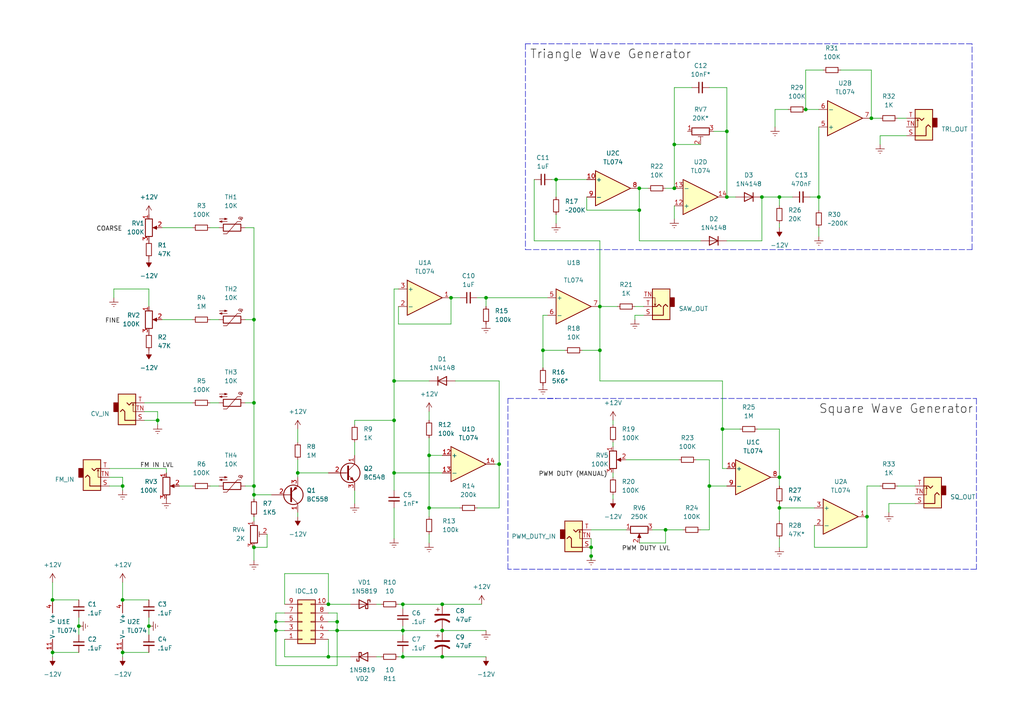
<source format=kicad_sch>
(kicad_sch (version 20211123) (generator eeschema)
  (paper "A4")
  (title_block (title "Fireball VCO") (rev "1.0") (comment 1 "Credit to: Moritz Klein (original core and Triangle); Luther's VCO (TL074 core)") (comment 3 "3") (comment 4 "4"))
  (lib_symbols
    (symbol "Amplifier_Operational:TL074" (pin_names (offset 0.127))
      (property "Reference" "U" (at 0 5.08 0))
      (property "Value" "TL074" (at 0 -5.08 0))
      (symbol "TL074_1_1"
        (pin output line (at 7.62 0 180) (length 2.54) (name "~") (number "1"))
        (pin input line (at -7.62 -2.54 0) (length 2.54) (name "-") (number "2"))
        (pin input line (at -7.62 2.54 0) (length 2.54) (name "+") (number "3"))
      )
      (symbol "TL074_2_1"
        (pin input line (at -7.62 2.54 0) (length 2.54) (name "+") (number "5"))
        (pin input line (at -7.62 -2.54 0) (length 2.54) (name "-") (number "6"))
        (pin output line (at 7.62 0 180) (length 2.54) (name "~") (number "7"))
      )
      (symbol "TL074_3_1"
        (pin input line (at -7.62 2.54 0) (length 2.54) (name "+") (number "10"))
        (pin output line (at 7.62 0 180) (length 2.54) (name "~") (number "8"))
        (pin input line (at -7.62 -2.54 0) (length 2.54) (name "-") (number "9"))
      )
      (symbol "TL074_4_1"
        (pin input line (at -7.62 2.54 0) (length 2.54) (name "+") (number "12"))
        (pin input line (at -7.62 -2.54 0) (length 2.54) (name "-") (number "13"))
        (pin output line (at 7.62 0 180) (length 2.54) (name "~") (number "14"))
      )
      (symbol "TL074_5_1"
        (pin power_in line (at -2.54 -7.62 90) (length 3.81) (name "V-") (number "11"))
        (pin power_in line (at -2.54 7.62 270) (length 3.81) (name "V+") (number "4"))
      )
    )
    (symbol "AudioJack2_SwitchT_1"
      (property "Reference" "J2" (at -0.635 8.89 0))
      (property "Value" "AudioJack2_SwitchT_1" (at -0.635 6.35 0))
      (symbol "AudioJack2_SwitchT_1_1_1"
        (pin passive line (at 5.08 2.54 180) (length 2.54) (name "~") (number "S"))
        (pin passive line (at 5.08 -2.54 180) (length 2.54) (name "~") (number "T"))
        (pin passive line (at 5.08 0 180) (length 2.54) (name "~") (number "TN"))
      )
    )
    (symbol "Connector:AudioJack2_SwitchT"
      (property "Reference" "J" (at 0 8.89 0))
      (property "Value" "AudioJack2_SwitchT" (at 0 6.35 0))
      (symbol "AudioJack2_SwitchT_1_1"
        (pin passive line (at 5.08 2.54 180) (length 2.54) (name "~") (number "S"))
        (pin passive line (at 5.08 0 180) (length 2.54) (name "~") (number "T"))
        (pin passive line (at 5.08 -2.54 180) (length 2.54) (name "~") (number "TN"))
      )
    )
    (symbol "Connector_Generic:Conn_02x05_Odd_Even" (pin_names (offset 1.016) hide)
      (property "Reference" "J" (at 1.27 7.62 0))
      (property "Value" "Conn_02x05_Odd_Even" (at 1.27 -7.62 0))
      (symbol "Conn_02x05_Odd_Even_1_1"
        (pin passive line (at -5.08 5.08 0) (length 3.81) (name "Pin_1") (number "1"))
        (pin passive line (at 7.62 -5.08 180) (length 3.81) (name "Pin_10") (number "10"))
        (pin passive line (at 7.62 5.08 180) (length 3.81) (name "Pin_2") (number "2"))
        (pin passive line (at -5.08 2.54 0) (length 3.81) (name "Pin_3") (number "3"))
        (pin passive line (at 7.62 2.54 180) (length 3.81) (name "Pin_4") (number "4"))
        (pin passive line (at -5.08 0 0) (length 3.81) (name "Pin_5") (number "5"))
        (pin passive line (at 7.62 0 180) (length 3.81) (name "Pin_6") (number "6"))
        (pin passive line (at -5.08 -2.54 0) (length 3.81) (name "Pin_7") (number "7"))
        (pin passive line (at 7.62 -2.54 180) (length 3.81) (name "Pin_8") (number "8"))
        (pin passive line (at -5.08 -5.08 0) (length 3.81) (name "Pin_9") (number "9"))
      )
    )
    (symbol "Device:C_Polarized_US" (pin_numbers hide) (pin_names (offset 0.254) hide)
      (property "Reference" "C" (at 0.635 2.54 0))
      (property "Value" "C_Polarized_US" (at 0.635 -2.54 0))
      (symbol "C_Polarized_US_1_1"
        (pin passive line (at 0 3.81 270) (length 2.794) (name "~") (number "1"))
        (pin passive line (at 0 -3.81 90) (length 3.302) (name "~") (number "2"))
      )
    )
    (symbol "Device:C_Small" (pin_numbers hide) (pin_names (offset 0.254) hide)
      (property "Reference" "C" (at 0.254 1.778 0))
      (property "Value" "C_Small" (at 0.254 -2.032 0))
      (symbol "C_Small_1_1"
        (pin passive line (at 0 2.54 270) (length 2.032) (name "~") (number "1"))
        (pin passive line (at 0 -2.54 90) (length 2.032) (name "~") (number "2"))
      )
    )
    (symbol "Device:D_Schottky" (pin_numbers hide) (pin_names (offset 1.016) hide)
      (property "Reference" "D" (at 0 2.54 0))
      (property "Value" "D_Schottky" (at 0 -2.54 0))
      (symbol "D_Schottky_1_1"
        (pin passive line (at -3.81 0 0) (length 2.54) (name "K") (number "1"))
        (pin passive line (at 3.81 0 180) (length 2.54) (name "A") (number "2"))
      )
    )
    (symbol "Device:R_Potentiometer" (pin_names (offset 1.016) hide)
      (property "Reference" "RV" (at -4.445 0 90))
      (property "Value" "R_Potentiometer" (at -2.54 0 90))
      (symbol "R_Potentiometer_1_1"
        (pin passive line (at 0 3.81 270) (length 1.27) (name "1") (number "1"))
        (pin passive line (at 3.81 0 180) (length 1.27) (name "2") (number "2"))
        (pin passive line (at 0 -3.81 90) (length 1.27) (name "3") (number "3"))
      )
    )
    (symbol "Device:R_Potentiometer_Trim" (pin_names (offset 1.016) hide)
      (property "Reference" "RV" (at -4.445 0 90))
      (property "Value" "R_Potentiometer_Trim" (at -2.54 0 90))
      (symbol "R_Potentiometer_Trim_1_1"
        (pin passive line (at 0 3.81 270) (length 1.27) (name "1") (number "1"))
        (pin passive line (at 3.81 0 180) (length 1.27) (name "2") (number "2"))
        (pin passive line (at 0 -3.81 90) (length 1.27) (name "3") (number "3"))
      )
    )
    (symbol "Device:R_Small" (pin_numbers hide) (pin_names (offset 0.254) hide)
      (property "Reference" "R" (at 0.762 0.508 0))
      (property "Value" "R_Small" (at 0.762 -1.016 0))
      (symbol "R_Small_1_1"
        (pin passive line (at 0 2.54 270) (length 0.762) (name "~") (number "1"))
        (pin passive line (at 0 -2.54 90) (length 0.762) (name "~") (number "2"))
      )
    )
    (symbol "Device:Thermistor_NTC" (pin_numbers hide) (pin_names (offset 0))
      (property "Reference" "TH" (at -4.445 0 90))
      (property "Value" "Thermistor_NTC" (at 3.175 0 90))
      (symbol "Thermistor_NTC_1_1"
        (pin passive line (at 0 3.81 270) (length 1.27) (name "~") (number "1"))
        (pin passive line (at 0 -3.81 90) (length 1.27) (name "~") (number "2"))
      )
    )
    (symbol "Diode:1N4148" (pin_numbers hide) (pin_names (offset 1.016) hide)
      (property "Reference" "D" (at 0 2.54 0))
      (property "Value" "1N4148" (at 0 -2.54 0))
      (symbol "1N4148_1_1"
        (pin passive line (at -3.81 0 0) (length 2.54) (name "K") (number "1"))
        (pin passive line (at 3.81 0 180) (length 2.54) (name "A") (number "2"))
      )
    )
    (symbol "Transistor_BJT:BC548" (pin_names (offset 0) hide)
      (property "Reference" "Q" (at 5.08 1.905 0))
      (property "Value" "BC548" (at 5.08 0 0))
      (symbol "BC548_1_1"
        (pin passive line (at 2.54 5.08 270) (length 2.54) (name "C") (number "1"))
        (pin input line (at -5.08 0 0) (length 5.08) (name "B") (number "2"))
        (pin passive line (at 2.54 -5.08 90) (length 2.54) (name "E") (number "3"))
      )
    )
    (symbol "Transistor_BJT:BC558" (pin_names (offset 0) hide)
      (property "Reference" "Q" (at 5.08 1.905 0))
      (property "Value" "BC558" (at 5.08 0 0))
      (symbol "BC558_1_1"
        (pin passive line (at 2.54 5.08 270) (length 2.54) (name "C") (number "1"))
        (pin input line (at -5.08 0 0) (length 5.715) (name "B") (number "2"))
        (pin passive line (at 2.54 -5.08 90) (length 2.54) (name "E") (number "3"))
      )
    )
    (symbol "power:+12V" (power) (pin_names (offset 0))
      (property "Value" "+12V" (at 0 3.556 0))
      (symbol "+12V_1_1"
        (pin power_in line (at 0 0 90) (length 0) hide (name "+12V") (number "1"))
      )
    )
    (symbol "power:-12V" (power) (pin_names (offset 0))
      (property "Value" "-12V" (at 0 3.81 0))
      (symbol "-12V_0_0"
        (pin power_in line (at 0 0 90) (length 0) hide (name "-12V") (number "1"))
      )
    )
    (symbol "power:GNDREF" (power) (pin_names (offset 0))
      (property "Value" "GNDREF" (at 0 -3.81 0))
      (symbol "GNDREF_1_1"
        (pin power_in line (at 0 0 270) (length 0) hide (name "GNDREF") (number "1"))
      )
    )
  )
  (junction (at 116.84 190.5))
  (junction (at 171.45 161.29))
  (junction (at 210.82 38.1))
  (junction (at 114.3 121.92))
  (junction (at 97.79 182.88))
  (junction (at 252.73 34.29))
  (junction (at 157.48 101.6))
  (junction (at 35.56 173.99))
  (junction (at 35.56 140.97))
  (junction (at 226.06 57.15))
  (junction (at 171.45 158.75))
  (junction (at 43.18 181.61))
  (junction (at 173.99 88.9))
  (junction (at 161.29 52.07))
  (junction (at 15.24 189.23))
  (junction (at 144.78 134.62))
  (junction (at 95.25 190.5))
  (junction (at 128.27 175.26))
  (junction (at 73.66 143.51))
  (junction (at 209.55 124.46))
  (junction (at 237.49 57.15))
  (junction (at 140.97 86.36))
  (junction (at 210.82 57.15))
  (junction (at 73.66 116.84))
  (junction (at 251.46 149.86))
  (junction (at 114.3 137.16))
  (junction (at 195.58 41.91))
  (junction (at 97.79 180.34))
  (junction (at 73.66 158.75))
  (junction (at 193.04 153.67))
  (junction (at 195.58 54.61))
  (junction (at 80.01 180.34))
  (junction (at 80.01 182.88))
  (junction (at 15.24 173.99))
  (junction (at 130.81 86.36))
  (junction (at 124.46 132.08))
  (junction (at 226.06 147.32))
  (junction (at 128.27 182.88))
  (junction (at 116.84 175.26))
  (junction (at 95.25 175.26))
  (junction (at 226.06 138.43))
  (junction (at 35.56 189.23))
  (junction (at 173.99 101.6))
  (junction (at 86.36 137.16))
  (junction (at 73.66 92.71))
  (junction (at 205.74 140.97))
  (junction (at 233.68 31.75))
  (junction (at 114.3 110.49))
  (junction (at 128.27 190.5))
  (junction (at 220.98 57.15))
  (junction (at 124.46 147.32))
  (junction (at 73.66 140.97))
  (junction (at 45.72 121.92))
  (junction (at 185.42 54.61))
  (junction (at 22.86 181.61))
  (junction (at 116.84 182.88))
  (junction (at 185.42 60.96))
  (wire (pts (xy 226.06 158.75) (xy 226.06 156.21)))
  (wire (pts (xy 193.04 153.67) (xy 198.12 153.67)))
  (wire (pts (xy 132.08 110.49) (xy 144.78 110.49)))
  (wire (pts (xy 71.12 116.84) (xy 73.66 116.84)))
  (wire (pts (xy 22.86 181.61) (xy 22.86 184.15)))
  (wire (pts (xy 73.66 158.75) (xy 77.47 158.75)))
  (wire (pts (xy 138.43 86.36) (xy 140.97 86.36)))
  (wire (pts (xy 184.15 88.9) (xy 186.69 88.9)))
  (wire (pts (xy 193.04 157.48) (xy 193.04 153.67)))
  (wire (pts (xy 200.66 25.4) (xy 195.58 25.4)))
  (wire (pts (xy 95.25 180.34) (xy 97.79 180.34)))
  (wire (pts (xy 97.79 180.34) (xy 97.79 182.88)))
  (wire (pts (xy 73.66 140.97) (xy 71.12 140.97)))
  (wire (pts (xy 251.46 149.86) (xy 251.46 158.75)))
  (wire (pts (xy 73.66 158.75) (xy 73.66 162.56)))
  (wire (pts (xy 185.42 54.61) (xy 187.96 54.61)))
  (wire (pts (xy 31.75 138.43) (xy 35.56 138.43)))
  (wire (pts (xy 128.27 190.5) (xy 140.97 190.5)))
  (wire (pts (xy 116.84 182.88) (xy 116.84 184.15)))
  (wire (pts (xy 237.49 57.15) (xy 234.95 57.15)))
  (wire (pts (xy 236.22 158.75) (xy 251.46 158.75)))
  (wire (pts (xy 80.01 193.04) (xy 97.79 193.04)))
  (wire (pts (xy 210.82 38.1) (xy 207.01 38.1)))
  (wire (pts (xy 86.36 137.16) (xy 86.36 138.43)))
  (wire (pts (xy 77.47 154.94) (xy 77.47 158.75)))
  (wire (pts (xy 45.72 119.38) (xy 45.72 121.92)))
  (wire (pts (xy 219.71 124.46) (xy 226.06 124.46)))
  (wire (pts (xy 226.06 57.15) (xy 229.87 57.15)))
  (wire (pts (xy 238.76 20.32) (xy 233.68 20.32)))
  (wire (pts (xy 86.36 133.35) (xy 86.36 137.16)))
  (wire (pts (xy 114.3 110.49) (xy 114.3 121.92)))
  (wire (pts (xy 114.3 147.32) (xy 114.3 156.21)))
  (wire (pts (xy 177.8 138.43) (xy 177.8 137.16)))
  (wire (pts (xy 209.55 124.46) (xy 209.55 135.89)))
  (wire (pts (xy 251.46 140.97) (xy 255.27 140.97)))
  (wire (pts (xy 233.68 20.32) (xy 233.68 31.75)))
  (wire (pts (xy 210.82 57.15) (xy 210.82 38.1)))
  (wire (pts (xy 73.66 66.04) (xy 73.66 92.71)))
  (wire (pts (xy 82.55 180.34) (xy 80.01 180.34)))
  (wire (pts (xy 97.79 182.88) (xy 95.25 182.88)))
  (wire (pts (xy 205.74 25.4) (xy 210.82 25.4)))
  (wire (pts (xy 116.84 175.26) (xy 128.27 175.26)))
  (wire (pts (xy 226.06 147.32) (xy 236.22 147.32)))
  (wire (pts (xy 116.84 175.26) (xy 116.84 176.53)))
  (wire (pts (xy 33.02 83.82) (xy 33.02 86.36)))
  (wire (pts (xy 60.96 140.97) (xy 63.5 140.97)))
  (wire (pts (xy 115.57 93.98) (xy 130.81 93.98)))
  (wire (pts (xy 15.24 168.91) (xy 15.24 173.99)))
  (wire (pts (xy 255.27 39.37) (xy 262.89 39.37)))
  (polyline (pts (xy 147.32 165.1) (xy 147.32 115.57)))
  (wire (pts (xy 116.84 182.88) (xy 128.27 182.88)))
  (wire (pts (xy 102.87 128.27) (xy 102.87 132.08)))
  (wire (pts (xy 168.91 101.6) (xy 173.99 101.6)))
  (wire (pts (xy 35.56 138.43) (xy 35.56 140.97)))
  (wire (pts (xy 35.56 140.97) (xy 35.56 142.24)))
  (wire (pts (xy 173.99 88.9) (xy 179.07 88.9)))
  (wire (pts (xy 60.96 116.84) (xy 63.5 116.84)))
  (wire (pts (xy 115.57 88.9) (xy 115.57 93.98)))
  (wire (pts (xy 157.48 101.6) (xy 163.83 101.6)))
  (wire (pts (xy 143.51 134.62) (xy 144.78 134.62)))
  (wire (pts (xy 177.8 128.27) (xy 177.8 129.54)))
  (wire (pts (xy 73.66 149.86) (xy 73.66 151.13)))
  (wire (pts (xy 193.04 54.61) (xy 195.58 54.61)))
  (wire (pts (xy 114.3 142.24) (xy 114.3 137.16)))
  (wire (pts (xy 95.25 175.26) (xy 101.6 175.26)))
  (wire (pts (xy 73.66 143.51) (xy 73.66 140.97)))
  (wire (pts (xy 124.46 119.38) (xy 124.46 121.92)))
  (wire (pts (xy 144.78 134.62) (xy 144.78 147.32)))
  (wire (pts (xy 237.49 68.58) (xy 237.49 66.04)))
  (wire (pts (xy 73.66 92.71) (xy 71.12 92.71)))
  (polyline (pts (xy 283.21 165.1) (xy 147.32 165.1)))
  (wire (pts (xy 209.55 110.49) (xy 209.55 124.46)))
  (wire (pts (xy 116.84 181.61) (xy 116.84 182.88)))
  (wire (pts (xy 95.25 177.8) (xy 97.79 177.8)))
  (wire (pts (xy 171.45 153.67) (xy 181.61 153.67)))
  (wire (pts (xy 195.58 25.4) (xy 195.58 41.91)))
  (wire (pts (xy 260.35 34.29) (xy 262.89 34.29)))
  (wire (pts (xy 226.06 146.05) (xy 226.06 147.32)))
  (wire (pts (xy 220.98 69.85) (xy 220.98 57.15)))
  (wire (pts (xy 116.84 190.5) (xy 116.84 189.23)))
  (wire (pts (xy 86.36 149.86) (xy 86.36 148.59)))
  (wire (pts (xy 161.29 64.77) (xy 161.29 62.23)))
  (wire (pts (xy 185.42 69.85) (xy 185.42 60.96)))
  (wire (pts (xy 185.42 54.61) (xy 185.42 60.96)))
  (wire (pts (xy 31.75 135.89) (xy 48.26 135.89)))
  (wire (pts (xy 109.22 175.26) (xy 110.49 175.26)))
  (wire (pts (xy 97.79 177.8) (xy 97.79 180.34)))
  (wire (pts (xy 195.58 59.69) (xy 195.58 63.5)))
  (wire (pts (xy 226.06 140.97) (xy 226.06 138.43)))
  (wire (pts (xy 226.06 147.32) (xy 226.06 151.13)))
  (wire (pts (xy 115.57 175.26) (xy 116.84 175.26)))
  (wire (pts (xy 73.66 143.51) (xy 78.74 143.51)))
  (wire (pts (xy 157.48 91.44) (xy 157.48 101.6)))
  (wire (pts (xy 43.18 181.61) (xy 43.18 184.15)))
  (wire (pts (xy 128.27 182.88) (xy 140.97 182.88)))
  (wire (pts (xy 173.99 101.6) (xy 173.99 110.49)))
  (wire (pts (xy 170.18 57.15) (xy 170.18 60.96)))
  (wire (pts (xy 41.91 119.38) (xy 45.72 119.38)))
  (wire (pts (xy 203.2 153.67) (xy 205.74 153.67)))
  (wire (pts (xy 46.99 66.04) (xy 55.88 66.04)))
  (wire (pts (xy 173.99 69.85) (xy 173.99 88.9)))
  (wire (pts (xy 210.82 57.15) (xy 213.36 57.15)))
  (wire (pts (xy 144.78 110.49) (xy 144.78 134.62)))
  (wire (pts (xy 114.3 121.92) (xy 114.3 137.16)))
  (wire (pts (xy 124.46 147.32) (xy 133.35 147.32)))
  (wire (pts (xy 237.49 36.83) (xy 237.49 57.15)))
  (wire (pts (xy 203.2 69.85) (xy 185.42 69.85)))
  (wire (pts (xy 226.06 124.46) (xy 226.06 138.43)))
  (wire (pts (xy 116.84 190.5) (xy 128.27 190.5)))
  (wire (pts (xy 201.93 133.35) (xy 205.74 133.35)))
  (wire (pts (xy 73.66 92.71) (xy 73.66 116.84)))
  (wire (pts (xy 138.43 147.32) (xy 144.78 147.32)))
  (wire (pts (xy 224.79 31.75) (xy 224.79 36.83)))
  (wire (pts (xy 31.75 140.97) (xy 35.56 140.97)))
  (wire (pts (xy 252.73 20.32) (xy 243.84 20.32)))
  (wire (pts (xy 205.74 133.35) (xy 205.74 140.97)))
  (wire (pts (xy 171.45 156.21) (xy 171.45 158.75)))
  (polyline (pts (xy 158.75 115.57) (xy 283.21 115.57)))
  (wire (pts (xy 35.56 189.23) (xy 35.56 190.5)))
  (wire (pts (xy 114.3 137.16) (xy 128.27 137.16)))
  (wire (pts (xy 48.26 135.89) (xy 48.26 137.16)))
  (wire (pts (xy 173.99 110.49) (xy 209.55 110.49)))
  (wire (pts (xy 73.66 66.04) (xy 71.12 66.04)))
  (wire (pts (xy 209.55 135.89) (xy 210.82 135.89)))
  (wire (pts (xy 177.8 144.78) (xy 177.8 143.51)))
  (wire (pts (xy 257.81 148.59) (xy 257.81 146.05)))
  (wire (pts (xy 226.06 66.04) (xy 226.06 64.77)))
  (wire (pts (xy 45.72 121.92) (xy 45.72 123.19)))
  (wire (pts (xy 82.55 185.42) (xy 82.55 190.5)))
  (wire (pts (xy 73.66 143.51) (xy 73.66 144.78)))
  (wire (pts (xy 82.55 190.5) (xy 95.25 190.5)))
  (wire (pts (xy 171.45 161.29) (xy 171.45 162.56)))
  (polyline (pts (xy 152.4 72.39) (xy 281.94 72.39)))
  (wire (pts (xy 157.48 101.6) (xy 157.48 106.68)))
  (wire (pts (xy 184.15 92.71) (xy 184.15 91.44)))
  (wire (pts (xy 195.58 41.91) (xy 195.58 54.61)))
  (wire (pts (xy 257.81 146.05) (xy 265.43 146.05)))
  (wire (pts (xy 160.02 52.07) (xy 161.29 52.07)))
  (wire (pts (xy 95.25 166.37) (xy 95.25 175.26)))
  (wire (pts (xy 97.79 193.04) (xy 97.79 182.88)))
  (wire (pts (xy 114.3 83.82) (xy 115.57 83.82)))
  (wire (pts (xy 154.94 52.07) (xy 154.94 69.85)))
  (wire (pts (xy 52.07 140.97) (xy 55.88 140.97)))
  (wire (pts (xy 114.3 110.49) (xy 114.3 83.82)))
  (wire (pts (xy 251.46 140.97) (xy 251.46 149.86)))
  (polyline (pts (xy 281.94 72.39) (xy 281.94 12.7)))
  (wire (pts (xy 184.15 91.44) (xy 186.69 91.44)))
  (wire (pts (xy 43.18 179.07) (xy 43.18 181.61)))
  (wire (pts (xy 124.46 110.49) (xy 114.3 110.49)))
  (wire (pts (xy 15.24 173.99) (xy 22.86 173.99)))
  (wire (pts (xy 228.6 31.75) (xy 224.79 31.75)))
  (wire (pts (xy 205.74 140.97) (xy 205.74 153.67)))
  (polyline (pts (xy 283.21 115.57) (xy 283.21 165.1)))
  (wire (pts (xy 82.55 175.26) (xy 82.55 166.37)))
  (wire (pts (xy 115.57 190.5) (xy 116.84 190.5)))
  (wire (pts (xy 41.91 116.84) (xy 55.88 116.84)))
  (wire (pts (xy 41.91 121.92) (xy 45.72 121.92)))
  (wire (pts (xy 210.82 69.85) (xy 220.98 69.85)))
  (wire (pts (xy 210.82 25.4) (xy 210.82 38.1)))
  (wire (pts (xy 154.94 69.85) (xy 173.99 69.85)))
  (wire (pts (xy 35.56 173.99) (xy 43.18 173.99)))
  (wire (pts (xy 177.8 121.92) (xy 177.8 123.19)))
  (wire (pts (xy 226.06 59.69) (xy 226.06 57.15)))
  (wire (pts (xy 22.86 179.07) (xy 22.86 181.61)))
  (wire (pts (xy 33.02 83.82) (xy 43.18 83.82)))
  (wire (pts (xy 189.23 153.67) (xy 193.04 153.67)))
  (wire (pts (xy 124.46 149.86) (xy 124.46 147.32)))
  (wire (pts (xy 171.45 158.75) (xy 171.45 161.29)))
  (wire (pts (xy 46.99 92.71) (xy 55.88 92.71)))
  (wire (pts (xy 173.99 88.9) (xy 173.99 101.6)))
  (wire (pts (xy 128.27 175.26) (xy 139.7 175.26)))
  (polyline (pts (xy 281.94 12.7) (xy 152.4 12.7)))
  (polyline (pts (xy 152.4 12.7) (xy 152.4 72.39)))
  (wire (pts (xy 95.25 185.42) (xy 95.25 190.5)))
  (wire (pts (xy 102.87 146.05) (xy 102.87 142.24)))
  (wire (pts (xy 35.56 168.91) (xy 35.56 173.99)))
  (wire (pts (xy 124.46 132.08) (xy 124.46 147.32)))
  (wire (pts (xy 82.55 182.88) (xy 80.01 182.88)))
  (wire (pts (xy 255.27 41.91) (xy 255.27 39.37)))
  (wire (pts (xy 97.79 182.88) (xy 116.84 182.88)))
  (wire (pts (xy 158.75 91.44) (xy 157.48 91.44)))
  (wire (pts (xy 161.29 52.07) (xy 161.29 57.15)))
  (wire (pts (xy 60.96 92.71) (xy 63.5 92.71)))
  (wire (pts (xy 86.36 124.46) (xy 86.36 128.27)))
  (wire (pts (xy 102.87 121.92) (xy 102.87 123.19)))
  (wire (pts (xy 140.97 86.36) (xy 158.75 86.36)))
  (wire (pts (xy 109.22 190.5) (xy 110.49 190.5)))
  (wire (pts (xy 236.22 152.4) (xy 236.22 158.75)))
  (wire (pts (xy 80.01 182.88) (xy 80.01 193.04)))
  (wire (pts (xy 80.01 177.8) (xy 80.01 180.34)))
  (wire (pts (xy 140.97 86.36) (xy 140.97 88.9)))
  (wire (pts (xy 80.01 180.34) (xy 80.01 182.88)))
  (wire (pts (xy 130.81 86.36) (xy 130.81 93.98)))
  (wire (pts (xy 60.96 66.04) (xy 63.5 66.04)))
  (polyline (pts (xy 147.32 115.57) (xy 161.29 115.57)))
  (wire (pts (xy 15.24 189.23) (xy 15.24 190.5)))
  (wire (pts (xy 130.81 86.36) (xy 133.35 86.36)))
  (wire (pts (xy 203.2 41.91) (xy 195.58 41.91)))
  (wire (pts (xy 82.55 166.37) (xy 95.25 166.37)))
  (wire (pts (xy 124.46 154.94) (xy 124.46 157.48)))
  (wire (pts (xy 237.49 31.75) (xy 233.68 31.75)))
  (wire (pts (xy 124.46 127) (xy 124.46 132.08)))
  (wire (pts (xy 43.18 83.82) (xy 43.18 88.9)))
  (wire (pts (xy 181.61 133.35) (xy 196.85 133.35)))
  (wire (pts (xy 161.29 52.07) (xy 170.18 52.07)))
  (wire (pts (xy 205.74 140.97) (xy 210.82 140.97)))
  (wire (pts (xy 128.27 132.08) (xy 124.46 132.08)))
  (wire (pts (xy 95.25 190.5) (xy 101.6 190.5)))
  (wire (pts (xy 170.18 60.96) (xy 185.42 60.96)))
  (wire (pts (xy 220.98 57.15) (xy 226.06 57.15)))
  (wire (pts (xy 260.35 140.97) (xy 265.43 140.97)))
  (wire (pts (xy 86.36 137.16) (xy 95.25 137.16)))
  (wire (pts (xy 15.24 189.23) (xy 22.86 189.23)))
  (wire (pts (xy 73.66 116.84) (xy 73.66 140.97)))
  (wire (pts (xy 185.42 157.48) (xy 193.04 157.48)))
  (wire (pts (xy 82.55 177.8) (xy 80.01 177.8)))
  (wire (pts (xy 237.49 60.96) (xy 237.49 57.15)))
  (wire (pts (xy 35.56 189.23) (xy 43.18 189.23)))
  (wire (pts (xy 252.73 34.29) (xy 252.73 20.32)))
  (wire (pts (xy 252.73 34.29) (xy 255.27 34.29)))
  (wire (pts (xy 209.55 124.46) (xy 214.63 124.46)))
  (wire (pts (xy 114.3 121.92) (xy 102.87 121.92)))
  (label "COARSE" (at 27.94 67.31 0))
  (label "Triangle Wave Generator" (at 153.67 17.78 0) (effects (font (size 2.54 2.54))))
  (label "FINE" (at 30.48 93.98 0))
  (label "FM IN LVL" (at 40.64 135.89 0))
  (label "Square Wave Generator" (at 237.49 120.65 0) (effects (font (size 2.54 2.54))))
  (label "PWM DUTY (MANUAL)" (at 156.21 138.43 0))
  (label "PWM DUTY LVL" (at 180.34 160.02 0))
  (symbol (lib_id "power:GNDREF") (at 124.46 157.48 0) (unit 1)
    (property "Reference" "#PWR020" (effects hide))
    (property "Value" "GNDREF" (effects hide))
  )
  (symbol (lib_id "power:+12V") (at 35.56 168.91 0) (unit 1)
    (property "Reference" "#PWR06" (effects hide))
    (property "Value" "+12V" (at 35.56 163.83 0))
  )
  (symbol (lib_name "AudioJack2_SwitchT_1") (lib_id "Connector:AudioJack2_SwitchT") (at 270.51 143.51 180) (unit 1)
    (property "Reference" "J6" (effects hide))
    (property "Value" "SQ_OUT" (at 275.59 144.1449 0) (effects (justify right)))
    (property "Footprint" "Connector_PinSocket_2.54mm:PinSocket_1x02_P2.54mm_Vertical" (effects hide))
  )
  (symbol (lib_id "Device:R_Potentiometer") (at 177.8 133.35 0) (unit 1)
    (property "Reference" "RV5" (at 176.53 132.0799 0) (effects (justify right)))
    (property "Value" "100K" (at 176.53 134.6199 0) (effects (justify right)))
    (property "Footprint" "Connector_PinSocket_2.54mm:PinSocket_1x03_P2.54mm_Vertical" (effects hide))
  )
  (symbol (lib_id "Device:R_Small") (at 157.48 109.22 0) (unit 1)
    (property "Reference" "R16" (at 160.02 107.9499 0) (effects (justify left)))
    (property "Value" "5K6*" (at 160.02 110.4899 0) (effects (justify left)))
    (property "Footprint" "Resistor_THT:R_Axial_DIN0207_L6.3mm_D2.5mm_P10.16mm_Horizontal" (effects hide))
  )
  (symbol (lib_id "power:+12V") (at 86.36 124.46 0) (unit 1)
    (property "Reference" "#PWR015" (effects hide))
    (property "Value" "+12V" (at 86.36 119.38 0))
  )
  (symbol (lib_id "Device:R_Small") (at 199.39 133.35 270) (unit 1)
    (property "Reference" "R23" (at 199.39 127 90))
    (property "Value" "100K" (at 199.39 129.54 90))
    (property "Footprint" "Resistor_THT:R_Axial_DIN0207_L6.3mm_D2.5mm_P10.16mm_Horizontal" (effects hide))
  )
  (symbol (lib_id "Amplifier_Operational:TL074") (at 203.2 57.15 0) (mirror x) (unit 4)
    (property "Reference" "U2" (at 203.2 46.99 0))
    (property "Value" "TL074" (at 203.2 49.53 0))
    (property "Footprint" "Package_DIP:DIP-14_W7.62mm" (effects hide))
    (property "Datasheet" "http://www.ti.com/lit/ds/symlink/tl071.pdf" (effects hide))
  )
  (symbol (lib_id "Amplifier_Operational:TL074") (at 243.84 149.86 0) (unit 1)
    (property "Reference" "U2" (at 243.84 139.7 0))
    (property "Value" "TL074" (at 243.84 142.24 0))
    (property "Footprint" "Package_DIP:DIP-14_W7.62mm" (effects hide))
    (property "Datasheet" "http://www.ti.com/lit/ds/symlink/tl071.pdf" (effects hide))
  )
  (symbol (lib_id "Device:R_Small") (at 241.3 20.32 270) (unit 1)
    (property "Reference" "R31" (at 241.3 13.97 90))
    (property "Value" "100K" (at 241.3 16.51 90))
    (property "Footprint" "Resistor_THT:R_Axial_DIN0207_L6.3mm_D2.5mm_P10.16mm_Horizontal" (effects hide))
  )
  (symbol (lib_id "Amplifier_Operational:TL074") (at 245.11 34.29 0) (mirror x) (unit 2)
    (property "Reference" "U2" (at 245.11 24.13 0))
    (property "Value" "TL074" (at 245.11 26.67 0))
    (property "Footprint" "Package_DIP:DIP-14_W7.62mm" (effects hide))
    (property "Datasheet" "http://www.ti.com/lit/ds/symlink/tl071.pdf" (effects hide))
  )
  (symbol (lib_id "Amplifier_Operational:TL074") (at 166.37 88.9 0) (unit 2)
    (property "Reference" "U1" (at 166.37 76.2 0))
    (property "Value" "TL074" (at 166.37 81.28 0))
    (property "Footprint" "Package_DIP:DIP-14_W7.62mm" (effects hide))
    (property "Datasheet" "http://www.ti.com/lit/ds/symlink/tl071.pdf" (effects hide))
  )
  (symbol (lib_id "power:GNDREF") (at 257.81 148.59 0) (unit 1)
    (property "Reference" "#PWR037" (effects hide))
    (property "Value" "GNDREF" (effects hide))
  )
  (symbol (lib_id "Device:C_Small") (at 116.84 179.07 0) (unit 1)
    (property "Reference" "C6" (at 119.38 177.8062 0) (effects (justify left)))
    (property "Value" ".1uF" (at 119.38 180.3462 0) (effects (justify left)))
    (property "Footprint" "Capacitor_THT:C_Rect_L9.0mm_W4.9mm_P7.50mm_MKT" (effects hide))
  )
  (symbol (lib_id "Device:C_Small") (at 43.18 186.69 0) (unit 1)
    (property "Reference" "C4" (at 45.72 185.4262 0) (effects (justify left)))
    (property "Value" ".1uF" (at 45.72 187.9662 0) (effects (justify left)))
    (property "Footprint" "Capacitor_THT:C_Disc_D5.0mm_W2.5mm_P2.50mm" (effects hide))
  )
  (symbol (lib_id "Amplifier_Operational:TL074") (at 177.8 54.61 0) (unit 3)
    (property "Reference" "U2" (at 177.8 44.45 0))
    (property "Value" "TL074" (at 177.8 46.99 0))
    (property "Footprint" "Package_DIP:DIP-14_W7.62mm" (effects hide))
    (property "Datasheet" "http://www.ti.com/lit/ds/symlink/tl071.pdf" (effects hide))
  )
  (symbol (lib_id "power:GNDREF") (at 171.45 161.29 0) (unit 1)
    (property "Reference" "#PWR027" (effects hide))
    (property "Value" "GNDREF" (effects hide))
  )
  (symbol (lib_id "Device:R_Small") (at 73.66 147.32 0) (unit 1)
    (property "Reference" "R7" (at 76.2 146.0499 0) (effects (justify left)))
    (property "Value" "1K5" (at 76.2 148.5899 0) (effects (justify left)))
    (property "Footprint" "Resistor_THT:R_Axial_DIN0207_L6.3mm_D2.5mm_P10.16mm_Horizontal" (effects hide))
  )
  (symbol (lib_id "power:GNDREF") (at 35.56 142.24 0) (unit 1)
    (property "Reference" "#PWR05" (effects hide))
    (property "Value" "GNDREF" (effects hide))
  )
  (symbol (lib_id "power:GNDREF") (at 22.86 181.61 90) (unit 1)
    (property "Reference" "#PWR03" (effects hide))
    (property "Value" "GNDREF" (effects hide))
  )
  (symbol (lib_id "Device:R_Potentiometer") (at 43.18 92.71 0) (unit 1)
    (property "Reference" "RV2" (at 40.64 91.4399 0) (effects (justify right)))
    (property "Value" "100K" (at 40.64 93.9799 0) (effects (justify right)))
    (property "Footprint" "Connector_PinSocket_2.54mm:PinSocket_1x03_P2.54mm_Vertical" (effects hide))
  )
  (symbol (lib_id "Device:R_Potentiometer_Trim") (at 203.2 38.1 90) (mirror x) (unit 1)
    (property "Reference" "RV7" (at 203.2 31.75 90))
    (property "Value" "20K*" (at 203.2 34.29 90))
    (property "Footprint" "Potentiometer_THT:Potentiometer_Bourns_3386C_Horizontal" (effects hide))
  )
  (symbol (lib_id "Amplifier_Operational:TL074") (at 135.89 134.62 0) (unit 4)
    (property "Reference" "U1" (at 135.89 124.46 0))
    (property "Value" "TL074" (at 135.89 127 0))
    (property "Footprint" "Package_DIP:DIP-14_W7.62mm" (effects hide))
    (property "Datasheet" "http://www.ti.com/lit/ds/symlink/tl071.pdf" (effects hide))
  )
  (symbol (lib_id "Device:R_Small") (at 113.03 190.5 270) (mirror x) (unit 1)
    (property "Reference" "R11" (at 113.03 196.85 90))
    (property "Value" "10" (at 113.03 194.31 90))
    (property "Footprint" "Resistor_THT:R_Axial_DIN0207_L6.3mm_D2.5mm_P10.16mm_Horizontal" (effects hide))
  )
  (symbol (lib_id "Device:C_Small") (at 43.18 176.53 0) (unit 1)
    (property "Reference" "C3" (at 45.72 175.2662 0) (effects (justify left)))
    (property "Value" ".1uF" (at 45.72 177.8062 0) (effects (justify left)))
    (property "Footprint" "Capacitor_THT:C_Disc_D5.0mm_W2.5mm_P2.50mm" (effects hide))
  )
  (symbol (lib_id "Diode:1N4148") (at 207.01 69.85 0) (mirror y) (unit 1)
    (property "Reference" "D2" (at 207.01 63.5 0))
    (property "Value" "1N4148" (at 207.01 66.04 0))
    (property "Footprint" "Diode_THT:D_T-1_P5.08mm_Horizontal" (effects hide))
    (property "Datasheet" "https://assets.nexperia.com/documents/data-sheet/1N4148_1N4448.pdf" (effects hide))
  )
  (symbol (lib_id "Device:R_Small") (at 226.06 62.23 0) (unit 1)
    (property "Reference" "R26" (at 228.6 60.9599 0) (effects (justify left)))
    (property "Value" "20K" (at 228.6 63.4999 0) (effects (justify left)))
    (property "Footprint" "Resistor_THT:R_Axial_DIN0207_L6.3mm_D2.5mm_P10.16mm_Horizontal" (effects hide))
  )
  (symbol (lib_id "power:GNDREF") (at 140.97 93.98 0) (unit 1)
    (property "Reference" "#PWR022" (effects hide))
    (property "Value" "GNDREF" (effects hide))
  )
  (symbol (lib_id "Connector_Generic:Conn_02x05_Odd_Even") (at 87.63 180.34 0) (mirror x) (unit 1)
    (property "Reference" "XP1" (effects hide))
    (property "Value" "IDC_10" (at 88.9 171.45 0))
    (property "Footprint" "Connector_IDC:IDC-Header_2x08_P2.54mm_Vertical" (effects hide))
  )
  (symbol (lib_name "AudioJack2_SwitchT_1") (lib_id "Connector:AudioJack2_SwitchT") (at 36.83 119.38 0) (mirror x) (unit 1)
    (property "Reference" "J2" (effects hide))
    (property "Value" "CV_IN" (at 31.75 120.0149 0) (effects (justify right)))
    (property "Footprint" "Connector_PinSocket_2.54mm:PinSocket_1x03_P2.54mm_Vertical" (effects hide))
  )
  (symbol (lib_id "Device:C_Small") (at 22.86 176.53 0) (unit 1)
    (property "Reference" "C1" (at 25.4 175.2662 0) (effects (justify left)))
    (property "Value" ".1uF" (at 25.4 177.8062 0) (effects (justify left)))
    (property "Footprint" "Capacitor_THT:C_Disc_D5.0mm_W2.5mm_P2.50mm" (effects hide))
  )
  (symbol (lib_id "Device:Thermistor_NTC") (at 67.31 116.84 270) (unit 1)
    (property "Reference" "TH3" (at 66.9925 107.95 90))
    (property "Value" "10K" (at 66.9925 110.49 90))
    (property "Footprint" "Resistor_THT:R_Axial_DIN0204_L3.6mm_D1.6mm_P7.62mm_Horizontal" (effects hide))
  )
  (symbol (lib_id "Device:R_Small") (at 58.42 140.97 270) (unit 1)
    (property "Reference" "R6" (at 58.42 134.62 90))
    (property "Value" "100K" (at 58.42 137.16 90))
    (property "Footprint" "Resistor_THT:R_Axial_DIN0207_L6.3mm_D2.5mm_P10.16mm_Horizontal" (effects hide))
  )
  (symbol (lib_id "Device:C_Small") (at 22.86 186.69 0) (unit 1)
    (property "Reference" "C2" (at 25.4 185.4262 0) (effects (justify left)))
    (property "Value" ".1uF" (at 25.4 187.9662 0) (effects (justify left)))
    (property "Footprint" "Capacitor_THT:C_Disc_D5.0mm_W2.5mm_P2.50mm" (effects hide))
  )
  (symbol (lib_id "Device:R_Small") (at 58.42 116.84 270) (unit 1)
    (property "Reference" "R5" (at 58.42 110.49 90))
    (property "Value" "100K" (at 58.42 113.03 90))
    (property "Footprint" "Resistor_THT:R_Axial_DIN0207_L6.3mm_D2.5mm_P10.16mm_Horizontal" (effects hide))
  )
  (symbol (lib_id "power:GNDREF") (at 48.26 144.78 0) (unit 1)
    (property "Reference" "#PWR013" (effects hide))
    (property "Value" "GNDREF" (effects hide))
  )
  (symbol (lib_id "Device:R_Small") (at 135.89 147.32 270) (unit 1)
    (property "Reference" "R14" (at 135.89 140.97 90))
    (property "Value" "200k" (at 135.89 143.51 90))
    (property "Footprint" "Resistor_THT:R_Axial_DIN0207_L6.3mm_D2.5mm_P10.16mm_Horizontal" (effects hide))
  )
  (symbol (lib_id "Device:R_Small") (at 124.46 124.46 0) (unit 1)
    (property "Reference" "R12" (at 127 123.1899 0) (effects (justify left)))
    (property "Value" "100k" (at 127 125.7299 0) (effects (justify left)))
    (property "Footprint" "Resistor_THT:R_Axial_DIN0207_L6.3mm_D2.5mm_P10.16mm_Horizontal" (effects hide))
  )
  (symbol (lib_id "Device:R_Small") (at 177.8 140.97 0) (unit 1)
    (property "Reference" "R20" (at 180.34 139.6999 0) (effects (justify left)))
    (property "Value" "100K" (at 180.34 142.2399 0) (effects (justify left)))
    (property "Footprint" "Resistor_THT:R_Axial_DIN0207_L6.3mm_D2.5mm_P10.16mm_Horizontal" (effects hide))
  )
  (symbol (lib_id "Diode:1N4148") (at 217.17 57.15 0) (mirror y) (unit 1)
    (property "Reference" "D3" (at 217.17 50.8 0))
    (property "Value" "1N4148" (at 217.17 53.34 0))
    (property "Footprint" "Diode_THT:D_T-1_P5.08mm_Horizontal" (effects hide))
    (property "Datasheet" "https://assets.nexperia.com/documents/data-sheet/1N4148_1N4448.pdf" (effects hide))
  )
  (symbol (lib_id "Device:R_Small") (at 58.42 66.04 270) (unit 1)
    (property "Reference" "R3" (at 58.42 59.69 90))
    (property "Value" "100K" (at 58.42 62.23 90))
    (property "Footprint" "Resistor_THT:R_Axial_DIN0207_L6.3mm_D2.5mm_P10.16mm_Horizontal" (effects hide))
  )
  (symbol (lib_id "Device:C_Small") (at 116.84 186.69 0) (unit 1)
    (property "Reference" "C7" (at 119.38 185.4262 0) (effects (justify left)))
    (property "Value" ".1uF" (at 119.38 187.9662 0) (effects (justify left)))
    (property "Footprint" "Capacitor_THT:C_Rect_L9.0mm_W4.9mm_P7.50mm_MKT" (effects hide))
  )
  (symbol (lib_name "AudioJack2_SwitchT_1") (lib_id "Connector:AudioJack2_SwitchT") (at 267.97 36.83 180) (unit 1)
    (property "Reference" "J5" (effects hide))
    (property "Value" "TRI_OUT" (at 273.05 37.4649 0) (effects (justify right)))
    (property "Footprint" "Connector_PinSocket_2.54mm:PinSocket_1x02_P2.54mm_Vertical" (effects hide))
  )
  (symbol (lib_id "Device:R_Potentiometer") (at 185.42 153.67 90) (mirror x) (unit 1)
    (property "Reference" "RV6" (at 185.42 147.32 90))
    (property "Value" "250K" (at 185.42 149.86 90))
    (property "Footprint" "Connector_PinSocket_2.54mm:PinSocket_1x03_P2.54mm_Vertical" (effects hide))
  )
  (symbol (lib_id "Device:R_Small") (at 177.8 125.73 0) (unit 1)
    (property "Reference" "R19" (at 180.34 124.4599 0) (effects (justify left)))
    (property "Value" "100K" (at 180.34 126.9999 0) (effects (justify left)))
    (property "Footprint" "Resistor_THT:R_Axial_DIN0207_L6.3mm_D2.5mm_P10.16mm_Horizontal" (effects hide))
  )
  (symbol (lib_id "Device:R_Small") (at 190.5 54.61 270) (unit 1)
    (property "Reference" "R22" (at 190.5 48.26 90))
    (property "Value" "10K" (at 190.5 50.8 90))
    (property "Footprint" "Resistor_THT:R_Axial_DIN0207_L6.3mm_D2.5mm_P10.16mm_Horizontal" (effects hide))
  )
  (symbol (lib_id "Device:C_Small") (at 157.48 52.07 90) (unit 1)
    (property "Reference" "C11" (at 157.4863 45.72 90))
    (property "Value" "1uF" (at 157.4863 48.26 90))
    (property "Footprint" "Capacitor_THT:C_Rect_L24.0mm_W7.0mm_P22.50mm_MKT" (effects hide))
  )
  (symbol (lib_id "Device:R_Small") (at 43.18 99.06 0) (unit 1)
    (property "Reference" "R2" (at 45.72 97.7899 0) (effects (justify left)))
    (property "Value" "47K" (at 45.72 100.3299 0) (effects (justify left)))
    (property "Footprint" "Resistor_THT:R_Axial_DIN0207_L6.3mm_D2.5mm_P10.16mm_Horizontal" (effects hide))
  )
  (symbol (lib_id "power:GNDREF") (at 73.66 162.56 0) (unit 1)
    (property "Reference" "#PWR014" (effects hide))
    (property "Value" "GNDREF" (effects hide))
  )
  (symbol (lib_id "power:-12V") (at 140.97 190.5 180) (unit 1)
    (property "Reference" "#PWR024" (effects hide))
    (property "Value" "-12V" (at 140.97 195.58 0))
  )
  (symbol (lib_id "power:-12V") (at 15.24 190.5 180) (unit 1)
    (property "Reference" "#PWR02" (effects hide))
    (property "Value" "-12V" (at 15.24 195.58 0))
  )
  (symbol (lib_id "power:+12V") (at 177.8 121.92 0) (unit 1)
    (property "Reference" "#PWR028" (effects hide))
    (property "Value" "+12V" (at 177.8 116.84 0))
  )
  (symbol (lib_id "power:-12V") (at 226.06 66.04 180) (unit 1)
    (property "Reference" "#PWR033" (effects hide))
    (property "Value" "-12V" (at 226.06 71.12 0))
  )
  (symbol (lib_id "Device:C_Polarized_US") (at 128.27 186.69 0) (unit 1)
    (property "Reference" "C9" (at 132.08 184.7849 0) (effects (justify left)))
    (property "Value" "47uF" (at 132.08 187.3249 0) (effects (justify left)))
    (property "Footprint" "Capacitor_THT:CP_Radial_D5.0mm_P2.50mm" (effects hide))
  )
  (symbol (lib_id "Amplifier_Operational:TL074") (at 218.44 138.43 0) (unit 3)
    (property "Reference" "U1" (at 218.44 128.27 0))
    (property "Value" "TL074" (at 218.44 130.81 0))
    (property "Footprint" "Package_DIP:DIP-14_W7.62mm" (effects hide))
    (property "Datasheet" "http://www.ti.com/lit/ds/symlink/tl071.pdf" (effects hide))
  )
  (symbol (lib_id "Device:R_Small") (at 102.87 125.73 0) (unit 1)
    (property "Reference" "R9" (at 105.41 124.4599 0) (effects (justify left)))
    (property "Value" "1K" (at 105.41 126.9999 0) (effects (justify left)))
    (property "Footprint" "Resistor_THT:R_Axial_DIN0207_L6.3mm_D2.5mm_P10.16mm_Horizontal" (effects hide))
  )
  (symbol (lib_id "Device:R_Small") (at 257.81 140.97 270) (unit 1)
    (property "Reference" "R33" (at 257.81 134.62 90))
    (property "Value" "1K" (at 257.81 137.16 90))
    (property "Footprint" "Resistor_THT:R_Axial_DIN0207_L6.3mm_D2.5mm_P10.16mm_Horizontal" (effects hide))
  )
  (symbol (lib_id "Diode:1N4148") (at 128.27 110.49 0) (unit 1)
    (property "Reference" "D1" (at 128.27 104.14 0))
    (property "Value" "1N4148" (at 128.27 106.68 0))
    (property "Footprint" "Diode_THT:D_T-1_P5.08mm_Horizontal" (effects hide))
    (property "Datasheet" "https://assets.nexperia.com/documents/data-sheet/1N4148_1N4448.pdf" (effects hide))
  )
  (symbol (lib_id "Device:R_Small") (at 226.06 143.51 0) (unit 1)
    (property "Reference" "R27" (at 228.6 142.2399 0) (effects (justify left)))
    (property "Value" "47K" (at 228.6 144.7799 0) (effects (justify left)))
    (property "Footprint" "Resistor_THT:R_Axial_DIN0207_L6.3mm_D2.5mm_P10.16mm_Horizontal" (effects hide))
  )
  (symbol (lib_id "Device:R_Small") (at 140.97 91.44 0) (unit 1)
    (property "Reference" "R15" (at 143.51 90.1699 0) (effects (justify left)))
    (property "Value" "100k" (at 143.51 92.7099 0) (effects (justify left)))
    (property "Footprint" "Resistor_THT:R_Axial_DIN0207_L6.3mm_D2.5mm_P10.16mm_Horizontal" (effects hide))
  )
  (symbol (lib_id "Amplifier_Operational:TL074") (at 123.19 86.36 0) (unit 1)
    (property "Reference" "U1" (at 123.19 76.2 0))
    (property "Value" "TL074" (at 123.19 78.74 0))
    (property "Footprint" "Package_DIP:DIP-14_W7.62mm" (effects hide))
    (property "Datasheet" "http://www.ti.com/lit/ds/symlink/tl071.pdf" (effects hide))
  )
  (symbol (lib_id "power:GNDREF") (at 226.06 158.75 0) (unit 1)
    (property "Reference" "#PWR034" (effects hide))
    (property "Value" "GNDREF" (effects hide))
  )
  (symbol (lib_id "power:+12V") (at 15.24 168.91 0) (unit 1)
    (property "Reference" "#PWR01" (effects hide))
    (property "Value" "+12V" (at 15.24 163.83 0))
  )
  (symbol (lib_id "power:GNDREF") (at 102.87 146.05 0) (unit 1)
    (property "Reference" "#PWR017" (effects hide))
    (property "Value" "GNDREF" (effects hide))
  )
  (symbol (lib_id "Amplifier_Operational:TL074") (at 17.78 181.61 0) (unit 5)
    (property "Reference" "U1" (at 16.51 180.3399 0) (effects (justify left)))
    (property "Value" "TL074" (at 16.51 182.8799 0) (effects (justify left)))
    (property "Footprint" "Package_DIP:DIP-14_W7.62mm" (effects hide))
    (property "Datasheet" "http://www.ti.com/lit/ds/symlink/tl071.pdf" (effects hide))
  )
  (symbol (lib_id "power:GNDREF") (at 43.18 181.61 90) (unit 1)
    (property "Reference" "#PWR011" (effects hide))
    (property "Value" "GNDREF" (effects hide))
  )
  (symbol (lib_id "Device:R_Small") (at 237.49 63.5 0) (unit 1)
    (property "Reference" "R30" (at 240.03 62.2299 0) (effects (justify left)))
    (property "Value" "~200K" (at 240.03 64.7699 0) (effects (justify left)))
    (property "Footprint" "Resistor_THT:R_Axial_DIN0207_L6.3mm_D2.5mm_P10.16mm_Horizontal" (effects hide))
  )
  (symbol (lib_id "Amplifier_Operational:TL074") (at 38.1 181.61 0) (unit 5)
    (property "Reference" "U2" (at 36.83 180.3399 0) (effects (justify left)))
    (property "Value" "TL074" (at 36.83 182.8799 0) (effects (justify left)))
    (property "Footprint" "Package_DIP:DIP-14_W7.62mm" (effects hide))
    (property "Datasheet" "http://www.ti.com/lit/ds/symlink/tl071.pdf" (effects hide))
  )
  (symbol (lib_id "power:GNDREF") (at 114.3 156.21 0) (unit 1)
    (property "Reference" "#PWR018" (effects hide))
    (property "Value" "GNDREF" (effects hide))
  )
  (symbol (lib_id "Device:R_Small") (at 124.46 152.4 0) (unit 1)
    (property "Reference" "R13" (at 128.27 151.1299 0) (effects (justify left)))
    (property "Value" "100k" (at 128.27 153.6699 0) (effects (justify left)))
    (property "Footprint" "Resistor_THT:R_Axial_DIN0207_L6.3mm_D2.5mm_P10.16mm_Horizontal" (effects hide))
  )
  (symbol (lib_id "power:+12V") (at 139.7 175.26 0) (unit 1)
    (property "Reference" "#PWR021" (effects hide))
    (property "Value" "+12V" (at 139.7 170.18 0))
  )
  (symbol (lib_id "power:-12V") (at 35.56 190.5 180) (unit 1)
    (property "Reference" "#PWR07" (effects hide))
    (property "Value" "-12V" (at 35.56 195.58 0))
  )
  (symbol (lib_id "Device:R_Potentiometer") (at 48.26 140.97 0) (unit 1)
    (property "Reference" "RV3" (at 45.72 139.6999 0) (effects (justify right)))
    (property "Value" "100K" (at 45.72 142.2399 0) (effects (justify right)))
    (property "Footprint" "Connector_PinSocket_2.54mm:PinSocket_1x03_P2.54mm_Vertical" (effects hide))
  )
  (symbol (lib_id "power:GNDREF") (at 161.29 64.77 0) (unit 1)
    (property "Reference" "#PWR026" (effects hide))
    (property "Value" "GNDREF" (effects hide))
  )
  (symbol (lib_id "Device:R_Small") (at 231.14 31.75 270) (unit 1)
    (property "Reference" "R29" (at 231.14 25.4 90))
    (property "Value" "100K" (at 231.14 27.94 90))
    (property "Footprint" "Resistor_THT:R_Axial_DIN0207_L6.3mm_D2.5mm_P10.16mm_Horizontal" (effects hide))
  )
  (symbol (lib_id "Device:D_Schottky") (at 105.41 175.26 0) (mirror y) (unit 1)
    (property "Reference" "VD1" (at 105.7275 168.91 0))
    (property "Value" "1N5819" (at 105.7275 171.45 0))
    (property "Footprint" "Diode_THT:D_A-405_P10.16mm_Horizontal" (effects hide))
  )
  (symbol (lib_id "Device:R_Small") (at 58.42 92.71 270) (unit 1)
    (property "Reference" "R4" (at 58.42 86.36 90))
    (property "Value" "1M" (at 58.42 88.9 90))
    (property "Footprint" "Resistor_THT:R_Axial_DIN0207_L6.3mm_D2.5mm_P10.16mm_Horizontal" (effects hide))
  )
  (symbol (lib_id "Device:R_Small") (at 217.17 124.46 90) (unit 1)
    (property "Reference" "R25" (at 217.17 118.11 90))
    (property "Value" "1M" (at 217.17 120.65 90))
    (property "Footprint" "Resistor_THT:R_Axial_DIN0207_L6.3mm_D2.5mm_P10.16mm_Horizontal" (effects hide))
  )
  (symbol (lib_id "power:GNDREF") (at 45.72 123.19 0) (unit 1)
    (property "Reference" "#PWR012" (effects hide))
    (property "Value" "GNDREF" (effects hide))
  )
  (symbol (lib_id "Device:R_Small") (at 86.36 130.81 0) (unit 1)
    (property "Reference" "R8" (at 88.9 129.5399 0) (effects (justify left)))
    (property "Value" "1M" (at 88.9 132.0799 0) (effects (justify left)))
    (property "Footprint" "Resistor_THT:R_Axial_DIN0207_L6.3mm_D2.5mm_P10.16mm_Horizontal" (effects hide))
  )
  (symbol (lib_id "power:GNDREF") (at 237.49 68.58 0) (unit 1)
    (property "Reference" "#PWR035" (effects hide))
    (property "Value" "GNDREF" (effects hide))
  )
  (symbol (lib_id "power:GNDREF") (at 224.79 36.83 0) (unit 1)
    (property "Reference" "#PWR032" (effects hide))
    (property "Value" "GNDREF" (effects hide))
  )
  (symbol (lib_id "power:GNDREF") (at 33.02 86.36 0) (unit 1)
    (property "Reference" "#PWR04" (effects hide))
    (property "Value" "GNDREF" (effects hide))
  )
  (symbol (lib_id "Transistor_BJT:BC558") (at 83.82 143.51 0) (mirror x) (unit 1)
    (property "Reference" "Q1" (at 88.9 142.2399 0) (effects (justify left)))
    (property "Value" "BC558" (at 88.9 144.7799 0) (effects (justify left)))
    (property "Footprint" "Package_TO_SOT_THT:TO-92_Inline" (effects hide))
    (property "Datasheet" "https://www.onsemi.com/pub/Collateral/BC556BTA-D.pdf" (effects hide))
  )
  (symbol (lib_id "power:+12V") (at 43.18 62.23 0) (unit 1)
    (property "Reference" "#PWR08" (effects hide))
    (property "Value" "+12V" (at 43.18 57.15 0))
  )
  (symbol (lib_id "Device:R_Small") (at 257.81 34.29 270) (unit 1)
    (property "Reference" "R32" (at 257.81 27.94 90))
    (property "Value" "1K" (at 257.81 30.48 90))
    (property "Footprint" "Resistor_THT:R_Axial_DIN0207_L6.3mm_D2.5mm_P10.16mm_Horizontal" (effects hide))
  )
  (symbol (lib_id "Device:Thermistor_NTC") (at 67.31 66.04 270) (unit 1)
    (property "Reference" "TH1" (at 66.9925 57.15 90))
    (property "Value" "10K" (at 66.9925 59.69 90))
    (property "Footprint" "Resistor_THT:R_Axial_DIN0204_L3.6mm_D1.6mm_P7.62mm_Horizontal" (effects hide))
  )
  (symbol (lib_id "Device:C_Polarized_US") (at 128.27 179.07 0) (unit 1)
    (property "Reference" "C8" (at 132.08 177.1649 0) (effects (justify left)))
    (property "Value" "47uF" (at 132.08 179.7049 0) (effects (justify left)))
    (property "Footprint" "Capacitor_THT:CP_Radial_D5.0mm_P2.50mm" (effects hide))
  )
  (symbol (lib_id "Device:C_Small") (at 232.41 57.15 90) (unit 1)
    (property "Reference" "C13" (at 232.4163 50.8 90))
    (property "Value" "470nF" (at 232.4163 53.34 90))
    (property "Footprint" "Capacitor_THT:C_Rect_L13.0mm_W8.0mm_P10.00mm_FKS3_FKP3_MKS4" (effects hide))
  )
  (symbol (lib_id "power:GNDREF") (at 255.27 41.91 0) (unit 1)
    (property "Reference" "#PWR036" (effects hide))
    (property "Value" "GNDREF" (effects hide))
  )
  (symbol (lib_id "Device:R_Potentiometer") (at 43.18 66.04 0) (unit 1)
    (property "Reference" "RV1" (at 41.91 64.7699 0) (effects (justify right)))
    (property "Value" "100K" (at 41.91 67.3099 0) (effects (justify right)))
    (property "Footprint" "Connector_PinSocket_2.54mm:PinSocket_1x03_P2.54mm_Vertical" (effects hide))
  )
  (symbol (lib_id "power:GNDREF") (at 195.58 63.5 0) (unit 1)
    (property "Reference" "#PWR031" (effects hide))
    (property "Value" "GNDREF" (effects hide))
  )
  (symbol (lib_id "Device:R_Small") (at 181.61 88.9 270) (unit 1)
    (property "Reference" "R21" (at 181.61 82.55 90))
    (property "Value" "1K" (at 181.61 85.09 90))
    (property "Footprint" "Resistor_THT:R_Axial_DIN0207_L6.3mm_D2.5mm_P10.16mm_Horizontal" (effects hide))
  )
  (symbol (lib_id "Device:D_Schottky") (at 105.41 190.5 0) (mirror x) (unit 1)
    (property "Reference" "VD2" (at 105.0925 196.85 0))
    (property "Value" "1N5819" (at 105.0925 194.31 0))
    (property "Footprint" "Diode_THT:D_A-405_P10.16mm_Horizontal" (effects hide))
  )
  (symbol (lib_id "Transistor_BJT:BC548") (at 100.33 137.16 0) (unit 1)
    (property "Reference" "Q2" (at 105.41 135.8899 0) (effects (justify left)))
    (property "Value" "BC548" (at 105.41 138.4299 0) (effects (justify left)))
    (property "Footprint" "Package_TO_SOT_THT:TO-92_Inline" (effects hide))
    (property "Datasheet" "https://www.onsemi.com/pub/Collateral/BC550-D.pdf" (effects hide))
  )
  (symbol (lib_id "power:-12V") (at 43.18 74.93 180) (unit 1)
    (property "Reference" "#PWR09" (effects hide))
    (property "Value" "-12V" (at 43.18 80.01 0))
  )
  (symbol (lib_id "Device:R_Small") (at 113.03 175.26 90) (mirror x) (unit 1)
    (property "Reference" "R10" (at 113.03 168.91 90))
    (property "Value" "10" (at 113.03 171.45 90))
    (property "Footprint" "Resistor_THT:R_Axial_DIN0207_L6.3mm_D2.5mm_P10.16mm_Horizontal" (effects hide))
  )
  (symbol (lib_id "Device:C_Small") (at 135.89 86.36 90) (unit 1)
    (property "Reference" "C10" (at 135.8963 80.01 90))
    (property "Value" "1uF" (at 135.8963 82.55 90))
    (property "Footprint" "Capacitor_THT:C_Rect_L24.0mm_W7.0mm_P22.50mm_MKT" (effects hide))
  )
  (symbol (lib_id "power:GNDREF") (at 157.48 111.76 0) (unit 1)
    (property "Reference" "#PWR025" (effects hide))
    (property "Value" "GNDREF" (effects hide))
  )
  (symbol (lib_id "Device:R_Small") (at 43.18 72.39 0) (unit 1)
    (property "Reference" "R1" (at 45.72 71.1199 0) (effects (justify left)))
    (property "Value" "47K" (at 45.72 73.6599 0) (effects (justify left)))
    (property "Footprint" "Resistor_THT:R_Axial_DIN0207_L6.3mm_D2.5mm_P10.16mm_Horizontal" (effects hide))
  )
  (symbol (lib_id "Device:R_Small") (at 166.37 101.6 90) (unit 1)
    (property "Reference" "R18" (at 166.37 95.25 90))
    (property "Value" "10K" (at 166.37 97.79 90))
    (property "Footprint" "Resistor_THT:R_Axial_DIN0207_L6.3mm_D2.5mm_P10.16mm_Horizontal" (effects hide))
  )
  (symbol (lib_id "power:-12V") (at 43.18 101.6 180) (unit 1)
    (property "Reference" "#PWR010" (effects hide))
    (property "Value" "-12V" (at 43.18 106.68 0))
  )
  (symbol (lib_id "Connector:AudioJack2_SwitchT") (at 191.77 88.9 180) (unit 1)
    (property "Reference" "J4" (effects hide))
    (property "Value" "SAW_OUT" (at 196.85 89.5349 0) (effects (justify right)))
    (property "Footprint" "Connector_PinSocket_2.54mm:PinSocket_1x02_P2.54mm_Vertical" (effects hide))
  )
  (symbol (lib_id "Device:R_Small") (at 226.06 153.67 0) (unit 1)
    (property "Reference" "R28" (at 228.6 152.3999 0) (effects (justify left)))
    (property "Value" "47K*" (at 228.6 154.9399 0) (effects (justify left)))
    (property "Footprint" "Resistor_THT:R_Axial_DIN0207_L6.3mm_D2.5mm_P10.16mm_Horizontal" (effects hide))
  )
  (symbol (lib_id "Device:R_Small") (at 161.29 59.69 0) (unit 1)
    (property "Reference" "R17" (at 163.83 58.4199 0) (effects (justify left)))
    (property "Value" "~200K" (at 163.83 60.9599 0) (effects (justify left)))
    (property "Footprint" "Resistor_THT:R_Axial_DIN0207_L6.3mm_D2.5mm_P10.16mm_Horizontal" (effects hide))
  )
  (symbol (lib_id "Device:C_Small") (at 203.2 25.4 90) (unit 1)
    (property "Reference" "C12" (at 203.2063 19.05 90))
    (property "Value" "10nF*" (at 203.2063 21.59 90))
    (property "Footprint" "Capacitor_THT:C_Rect_L24.0mm_W7.0mm_P22.50mm_MKT" (effects hide))
  )
  (symbol (lib_id "Device:R_Small") (at 200.66 153.67 270) (unit 1)
    (property "Reference" "R24" (at 200.66 147.32 90))
    (property "Value" "100K" (at 200.66 149.86 90))
    (property "Footprint" "Resistor_THT:R_Axial_DIN0207_L6.3mm_D2.5mm_P10.16mm_Horizontal" (effects hide))
  )
  (symbol (lib_id "power:-12V") (at 86.36 149.86 180) (unit 1)
    (property "Reference" "#PWR016" (effects hide))
    (property "Value" "-12V" (at 86.36 154.94 0))
  )
  (symbol (lib_id "Device:C_Small") (at 114.3 144.78 0) (unit 1)
    (property "Reference" "C5" (at 116.84 143.5162 0) (effects (justify left)))
    (property "Value" "1nF*" (at 116.84 146.0562 0) (effects (justify left)))
    (property "Footprint" "Capacitor_THT:C_Rect_L24.0mm_W7.0mm_P22.50mm_MKT" (effects hide))
  )
  (symbol (lib_id "power:-12V") (at 177.8 144.78 180) (unit 1)
    (property "Reference" "#PWR029" (effects hide))
    (property "Value" "-12V" (at 177.8 149.86 0))
  )
  (symbol (lib_name "AudioJack2_SwitchT_1") (lib_id "Connector:AudioJack2_SwitchT") (at 166.37 156.21 0) (mirror x) (unit 1)
    (property "Reference" "J3" (effects hide))
    (property "Value" "PWM_DUTY_IN" (at 161.29 155.5749 0) (effects (justify right)))
    (property "Footprint" "Connector_PinSocket_2.54mm:PinSocket_1x03_P2.54mm_Vertical" (effects hide))
  )
  (symbol (lib_id "Device:R_Potentiometer_Trim") (at 73.66 154.94 0) (unit 1)
    (property "Reference" "RV4" (at 71.12 153.6699 0) (effects (justify right)))
    (property "Value" "2K" (at 71.12 156.2099 0) (effects (justify right)))
    (property "Footprint" "Potentiometer_THT:Potentiometer_Bourns_3386C_Horizontal" (effects hide))
  )
  (symbol (lib_id "Device:Thermistor_NTC") (at 67.31 140.97 270) (unit 1)
    (property "Reference" "TH4" (at 66.9925 132.08 90))
    (property "Value" "10K" (at 66.9925 134.62 90))
    (property "Footprint" "Resistor_THT:R_Axial_DIN0204_L3.6mm_D1.6mm_P7.62mm_Horizontal" (effects hide))
  )
  (symbol (lib_name "AudioJack2_SwitchT_1") (lib_id "Connector:AudioJack2_SwitchT") (at 26.67 138.43 0) (mirror x) (unit 1)
    (property "Reference" "J1" (effects hide))
    (property "Value" "FM_IN" (at 21.59 139.0649 0) (effects (justify right)))
    (property "Footprint" "Connector_PinSocket_2.54mm:PinSocket_1x03_P2.54mm_Vertical" (effects hide))
  )
  (symbol (lib_id "power:GNDREF") (at 140.97 182.88 0) (unit 1)
    (property "Reference" "#PWR023" (effects hide))
    (property "Value" "GNDREF" (effects hide))
  )
  (symbol (lib_id "power:+12V") (at 124.46 119.38 0) (unit 1)
    (property "Reference" "#PWR019" (effects hide))
    (property "Value" "+12V" (at 124.46 114.3 0))
  )
  (symbol (lib_id "power:GNDREF") (at 184.15 92.71 0) (unit 1)
    (property "Reference" "#PWR030" (effects hide))
    (property "Value" "GNDREF" (effects hide))
  )
  (symbol (lib_id "Device:Thermistor_NTC") (at 67.31 92.71 270) (unit 1)
    (property "Reference" "TH2" (at 66.9925 83.82 90))
    (property "Value" "10K" (at 66.9925 86.36 90))
    (property "Footprint" "Resistor_THT:R_Axial_DIN0204_L3.6mm_D1.6mm_P7.62mm_Horizontal" (effects hide))
  )
)
</source>
